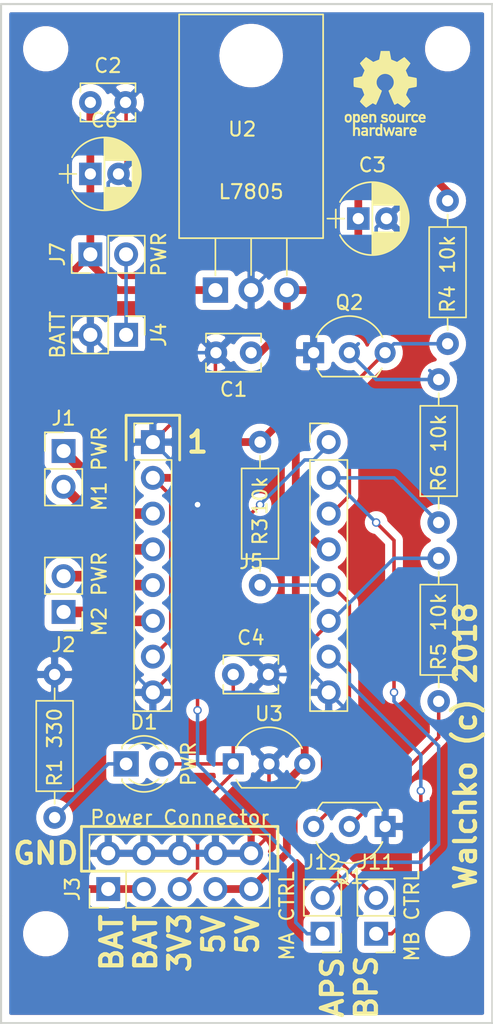
<source format=kicad_pcb>
(kicad_pcb (version 20171130) (host pcbnew 5.1.2-f72e74a~84~ubuntu18.04.1)
  (layers (0 F.Cu signal) (31 B.Cu signal) (34 B.Paste user) (35 F.Paste user) (36 B.SilkS user) (37 F.SilkS user) (38 B.Mask user) (39 F.Mask user) (44 Edge.Cuts user))
  (net 0 "")
  (net 1 GND)
  (net 2 +5V)
  (net 3 +3V3)
  (net 4 "Net-(D1-Pad1)")
  (net 5 BPWM)
  (net 6 B2)
  (net 7 APWM)
  (net 8 A2)
  (net 9 B1)
  (net 10 A1)
  (net 11 "Net-(Q1-Pad2)")
  (net 12 "Net-(Q2-Pad2)")
  (net 13 +BATT)
  (net 14 "Net-(J1-Pad1)")
  (net 15 "Net-(J1-Pad2)")
  (net 16 "Net-(J2-Pad1)")
  (net 17 "Net-(J2-Pad2)")
  (net 18 "Net-(J4-Pad1)")
  (module Package_TO_SOT_THT:TO-92L_Inline_Wide (layer F.Cu) (at 112.395 83.185)
    (fp_text reference U3 (at 2.54 -3.56) (layer F.SilkS))
    (fp_text value L78L33_TO92)
    (pad 1 thru_hole rect (at 0 0 90) (size 1.5 1.5) (drill 0.8) (layers *.Cu *.Mask) (net 3 +3V3))
    (pad 3 thru_hole circle (at 5.08 0 90) (size 1.5 1.5) (drill 0.8) (layers *.Cu *.Mask) (net 2 +5V))
    (pad 2 thru_hole circle (at 2.54 0 90) (size 1.5 1.5) (drill 0.8) (layers *.Cu *.Mask) (net 1 GND))
  )
  (module Package_TO_SOT_THT:TO-92L_Inline_Wide (layer F.Cu) (at 118.11 53.975)
    (fp_text reference Q2 (at 2.54 -3.56) (layer F.SilkS))
    (fp_text value 2N3904)
    (pad 1 thru_hole rect (at 0 0 90) (size 1.5 1.5) (drill 0.8) (layers *.Cu *.Mask) (net 1 GND))
    (pad 3 thru_hole circle (at 5.08 0 90) (size 1.5 1.5) (drill 0.8) (layers *.Cu *.Mask) (net 10 A1))
    (pad 2 thru_hole circle (at 2.54 0 90) (size 1.5 1.5) (drill 0.8) (layers *.Cu *.Mask) (net 12 "Net-(Q2-Pad2)"))
  )
  (module Package_TO_SOT_THT:TO-92L_Inline_Wide (layer F.Cu) (at 123.19 87.63 180)
    (fp_text reference Q1 (at 2.54 -3.56) (layer F.SilkS))
    (fp_text value 2N3904)
    (pad 1 thru_hole rect (at 0 0 270) (size 1.5 1.5) (drill 0.8) (layers *.Cu *.Mask) (net 1 GND))
    (pad 3 thru_hole circle (at 5.08 0 270) (size 1.5 1.5) (drill 0.8) (layers *.Cu *.Mask) (net 9 B1))
    (pad 2 thru_hole circle (at 2.54 0 270) (size 1.5 1.5) (drill 0.8) (layers *.Cu *.Mask) (net 11 "Net-(Q1-Pad2)"))
  )
  (module Capacitors_THT:C_Disc_D3.8mm_W2.6mm_P2.50mm (layer F.Cu) (at 112.395 76.835)
    (fp_text reference C4 (at 1.25 -2.61) (layer F.SilkS))
    (fp_text value 0.1uF)
    (pad 1 thru_hole circle (at 0 0) (size 1.6 1.6) (drill 0.8) (layers *.Cu *.Mask) (net 3 +3V3))
    (pad 2 thru_hole circle (at 2.5 0) (size 1.6 1.6) (drill 0.8) (layers *.Cu *.Mask) (net 1 GND))
  )
  (module Pin_Headers:Pin_Header_Straight_1x02_Pitch2.54mm (layer F.Cu) (at 100.33 60.96)
    (fp_text reference J1 (at 0 -2.33) (layer F.SilkS))
    (fp_text value "M1 PWR" (at 2.54 1.27 90) (layer F.SilkS))
    (pad 1 thru_hole rect (at 0 0) (size 1.7 1.7) (drill 1) (layers *.Cu *.Mask) (net 14 "Net-(J1-Pad1)"))
    (pad 2 thru_hole oval (at 0 2.54) (size 1.7 1.7) (drill 1) (layers *.Cu *.Mask) (net 15 "Net-(J1-Pad2)"))
  )
  (module Pin_Headers:Pin_Header_Straight_1x02_Pitch2.54mm (layer F.Cu) (at 100.33 72.39 180)
    (fp_text reference J2 (at 0 -2.33 180) (layer F.SilkS))
    (fp_text value "M2 PWR" (at -2.54 1.27 270) (layer F.SilkS))
    (pad 1 thru_hole rect (at 0 0 180) (size 1.7 1.7) (drill 1) (layers *.Cu *.Mask) (net 16 "Net-(J2-Pad1)"))
    (pad 2 thru_hole oval (at 0 2.54 180) (size 1.7 1.7) (drill 1) (layers *.Cu *.Mask) (net 17 "Net-(J2-Pad2)"))
  )
  (module TO_SOT_Packages_THT:TO-220-3_Horizontal (layer F.Cu) (at 111.125 49.53)
    (fp_text reference U2 (at 1.905 -11.43) (layer F.SilkS))
    (fp_text value L7805 (at 2.54 -6.985) (layer F.SilkS))
    (pad 0 np_thru_hole oval (at 2.54 -16.66) (size 3.5 3.5) (drill 3.5) (layers *.Cu *.Mask))
    (pad 1 thru_hole rect (at 0 0) (size 1.8 1.8) (drill 1) (layers *.Cu *.Mask) (net 13 +BATT))
    (pad 2 thru_hole oval (at 2.54 0) (size 1.8 1.8) (drill 1) (layers *.Cu *.Mask) (net 1 GND))
    (pad 3 thru_hole oval (at 5.08 0) (size 1.8 1.8) (drill 1) (layers *.Cu *.Mask) (net 2 +5V))
  )
  (module Capacitors_THT:CP_Radial_D5.0mm_P2.00mm (layer F.Cu) (at 102.235 41.275)
    (fp_text reference C6 (at 1 -3.81) (layer F.SilkS))
    (fp_text value 33uF)
    (pad 1 thru_hole rect (at 0 0) (size 1.6 1.6) (drill 0.8) (layers *.Cu *.Mask) (net 13 +BATT))
    (pad 2 thru_hole circle (at 2 0) (size 1.6 1.6) (drill 0.8) (layers *.Cu *.Mask) (net 1 GND))
  )
  (module LEDs:LED_D3.0mm (layer F.Cu) (at 104.775 83.185)
    (fp_text reference D1 (at 1.27 -2.96) (layer F.SilkS))
    (fp_text value PWR (at 4.445 0 90) (layer F.SilkS))
    (pad 1 thru_hole rect (at 0 0) (size 1.8 1.8) (drill 0.9) (layers *.Cu *.Mask) (net 4 "Net-(D1-Pad1)"))
    (pad 2 thru_hole circle (at 2.54 0) (size 1.8 1.8) (drill 0.9) (layers *.Cu *.Mask) (net 3 +3V3))
  )
  (module Pin_Headers:Pin_Header_Straight_1x02_Pitch2.54mm (layer F.Cu) (at 122.555 95.25 180)
    (fp_text reference J11 (at 0 5.08 180) (layer F.SilkS))
    (fp_text value "MB CTRL" (at -2.54 1.27 270) (layer F.SilkS))
    (pad 1 thru_hole rect (at 0 0 180) (size 1.7 1.7) (drill 1) (layers *.Cu *.Mask) (net 5 BPWM))
    (pad 2 thru_hole oval (at 0 2.54 180) (size 1.7 1.7) (drill 1) (layers *.Cu *.Mask) (net 6 B2))
  )
  (module Pin_Headers:Pin_Header_Straight_1x02_Pitch2.54mm (layer F.Cu) (at 118.745 95.25 180)
    (fp_text reference J12 (at 0 5.08 180) (layer F.SilkS))
    (fp_text value "MA CTRL" (at 2.54 1.27 270) (layer F.SilkS))
    (pad 1 thru_hole rect (at 0 0 180) (size 1.7 1.7) (drill 1) (layers *.Cu *.Mask) (net 7 APWM))
    (pad 2 thru_hole oval (at 0 2.54 180) (size 1.7 1.7) (drill 1) (layers *.Cu *.Mask) (net 8 A2))
  )
  (module Capacitors_THT:C_Disc_D3.8mm_W2.6mm_P2.50mm (layer F.Cu) (at 113.665 53.975 180)
    (fp_text reference C1 (at 1.25 -2.61 180) (layer F.SilkS))
    (fp_text value 0.1uF)
    (pad 1 thru_hole circle (at 0 0 180) (size 1.6 1.6) (drill 0.8) (layers *.Cu *.Mask) (net 2 +5V))
    (pad 2 thru_hole circle (at 2.5 0 180) (size 1.6 1.6) (drill 0.8) (layers *.Cu *.Mask) (net 1 GND))
  )
  (module Capacitors_THT:C_Disc_D3.8mm_W2.6mm_P2.50mm (layer F.Cu) (at 102.235 36.195)
    (fp_text reference C2 (at 1.25 -2.61) (layer F.SilkS))
    (fp_text value 0.1uF)
    (pad 1 thru_hole circle (at 0 0) (size 1.6 1.6) (drill 0.8) (layers *.Cu *.Mask) (net 13 +BATT))
    (pad 2 thru_hole circle (at 2.5 0) (size 1.6 1.6) (drill 0.8) (layers *.Cu *.Mask) (net 1 GND))
  )
  (module Capacitors_THT:CP_Radial_D5.0mm_P2.00mm (layer F.Cu) (at 121.285 44.45)
    (fp_text reference C3 (at 1 -3.81) (layer F.SilkS))
    (fp_text value 10uF)
    (pad 1 thru_hole rect (at 0 0) (size 1.6 1.6) (drill 0.8) (layers *.Cu *.Mask) (net 2 +5V))
    (pad 2 thru_hole circle (at 2 0) (size 1.6 1.6) (drill 0.8) (layers *.Cu *.Mask) (net 1 GND))
  )
  (module Pin_Headers:Pin_Header_Straight_2x05_Pitch2.54mm (layer F.Cu) (at 103.505 92.075 90)
    (fp_text reference J3 (at 0 -2.54 90) (layer F.SilkS))
    (fp_text value "Power Connector" (at 5.08 5.08 180) (layer F.SilkS))
    (pad 1 thru_hole rect (at 0 0 90) (size 1.7 1.7) (drill 1) (layers *.Cu *.Mask) (net 13 +BATT))
    (pad 2 thru_hole oval (at 2.54 0 90) (size 1.7 1.7) (drill 1) (layers *.Cu *.Mask) (net 1 GND))
    (pad 3 thru_hole oval (at 0 2.54 90) (size 1.7 1.7) (drill 1) (layers *.Cu *.Mask) (net 13 +BATT))
    (pad 4 thru_hole oval (at 2.54 2.54 90) (size 1.7 1.7) (drill 1) (layers *.Cu *.Mask) (net 1 GND))
    (pad 5 thru_hole oval (at 0 5.08 90) (size 1.7 1.7) (drill 1) (layers *.Cu *.Mask) (net 3 +3V3))
    (pad 6 thru_hole oval (at 2.54 5.08 90) (size 1.7 1.7) (drill 1) (layers *.Cu *.Mask) (net 1 GND))
    (pad 7 thru_hole oval (at 0 7.62 90) (size 1.7 1.7) (drill 1) (layers *.Cu *.Mask) (net 2 +5V))
    (pad 8 thru_hole oval (at 2.54 7.62 90) (size 1.7 1.7) (drill 1) (layers *.Cu *.Mask) (net 1 GND))
    (pad 9 thru_hole oval (at 0 10.16 90) (size 1.7 1.7) (drill 1) (layers *.Cu *.Mask) (net 2 +5V))
    (pad 10 thru_hole oval (at 2.54 10.16 90) (size 1.7 1.7) (drill 1) (layers *.Cu *.Mask) (net 1 GND))
  )
  (module Pin_Headers:Pin_Header_Straight_1x02_Pitch2.54mm (layer F.Cu) (at 104.775 52.705 270)
    (fp_text reference J4 (at 0 -2.33 270) (layer F.SilkS))
    (fp_text value BATT (at 0 4.87 270) (layer F.SilkS))
    (pad 1 thru_hole rect (at 0 0 270) (size 1.7 1.7) (drill 1) (layers *.Cu *.Mask) (net 18 "Net-(J4-Pad1)"))
    (pad 2 thru_hole oval (at 0 2.54 270) (size 1.7 1.7) (drill 1) (layers *.Cu *.Mask) (net 1 GND))
  )
  (module Mounting_Holes:MountingHole_2.2mm_M2 (layer F.Cu) (at 127.635 32.385)
    (fp_text reference "" (at 0 -3.2) (layer F.SilkS))
    (fp_text value "")
    (pad 1 np_thru_hole circle (at 0 0) (size 2.2 2.2) (drill 2.2) (layers *.Cu *.Mask))
  )
  (module Mounting_Holes:MountingHole_2.2mm_M2 (layer F.Cu) (at 99.06 32.385)
    (fp_text reference "" (at 0 -3.2) (layer F.SilkS))
    (fp_text value "")
    (pad 1 np_thru_hole circle (at 0 0) (size 2.2 2.2) (drill 2.2) (layers *.Cu *.Mask))
  )
  (module Mounting_Holes:MountingHole_2.2mm_M2 (layer F.Cu) (at 127.635 95.25)
    (fp_text reference "" (at 0 -3.2) (layer F.SilkS))
    (fp_text value "")
    (pad 1 np_thru_hole circle (at 0 0) (size 2.2 2.2) (drill 2.2) (layers *.Cu *.Mask))
  )
  (module Mounting_Holes:MountingHole_2.2mm_M2 (layer F.Cu) (at 99.06 95.25)
    (fp_text reference "" (at 0 -3.2) (layer F.SilkS))
    (fp_text value "")
    (pad 1 np_thru_hole circle (at 0 0) (size 2.2 2.2) (drill 2.2) (layers *.Cu *.Mask))
  )
  (module Pin_Headers:Pin_Header_Straight_1x02_Pitch2.54mm (layer F.Cu) (at 102.235 46.99 90)
    (fp_text reference J7 (at 0 -2.33 90) (layer F.SilkS))
    (fp_text value PWR (at 0 4.87 90) (layer F.SilkS))
    (pad 1 thru_hole rect (at 0 0 90) (size 1.7 1.7) (drill 1) (layers *.Cu *.Mask) (net 13 +BATT))
    (pad 2 thru_hole oval (at 0 2.54 90) (size 1.7 1.7) (drill 1) (layers *.Cu *.Mask) (net 18 "Net-(J4-Pad1)"))
  )
  (module bob:Pololu_TB6612 (layer F.Cu) (at 106.68 60.325)
    (fp_text reference J5 (at 7 8.5) (layer F.SilkS))
    (fp_text value TB6612_Motor_Driver)
    (pad 9 thru_hole oval (at 12.5 17.78) (size 1.7 1.7) (drill 1) (layers *.Cu *.Mask) (net 1 GND))
    (pad 10 thru_hole oval (at 12.5 15.24) (size 1.7 1.7) (drill 1) (layers *.Cu *.Mask) (net 5 BPWM))
    (pad 11 thru_hole oval (at 12.5 12.7) (size 1.7 1.7) (drill 1) (layers *.Cu *.Mask) (net 6 B2))
    (pad 12 thru_hole oval (at 12.5 10.16) (size 1.7 1.7) (drill 1) (layers *.Cu *.Mask) (net 9 B1))
    (pad 13 thru_hole oval (at 12.5 7.62) (size 1.7 1.7) (drill 1) (layers *.Cu *.Mask) (net 2 +5V))
    (pad 14 thru_hole oval (at 12.5 5.08) (size 1.7 1.7) (drill 1) (layers *.Cu *.Mask) (net 10 A1))
    (pad 15 thru_hole oval (at 12.5 2.54) (size 1.7 1.7) (drill 1) (layers *.Cu *.Mask) (net 8 A2))
    (pad 16 thru_hole circle (at 12.5 0) (size 1.7 1.7) (drill 1) (layers *.Cu *.Mask) (net 7 APWM))
    (pad 1 thru_hole rect (at 0 0) (size 1.7 1.7) (drill 1) (layers *.Cu *.Mask) (net 1 GND))
    (pad 2 thru_hole oval (at 0 2.54) (size 1.7 1.7) (drill 1) (layers *.Cu *.Mask) (net 2 +5V))
    (pad 3 thru_hole oval (at 0 5.08) (size 1.7 1.7) (drill 1) (layers *.Cu *.Mask) (net 14 "Net-(J1-Pad1)"))
    (pad 4 thru_hole oval (at 0 7.62) (size 1.7 1.7) (drill 1) (layers *.Cu *.Mask) (net 15 "Net-(J1-Pad2)"))
    (pad 5 thru_hole oval (at 0 10.16) (size 1.7 1.7) (drill 1) (layers *.Cu *.Mask) (net 17 "Net-(J2-Pad2)"))
    (pad 6 thru_hole oval (at 0 12.7) (size 1.7 1.7) (drill 1) (layers *.Cu *.Mask) (net 16 "Net-(J2-Pad1)"))
    (pad 7 thru_hole oval (at 0 15.24) (size 1.7 1.7) (drill 1) (layers *.Cu *.Mask) (net 2 +5V))
    (pad 8 thru_hole oval (at 0 17.78) (size 1.7 1.7) (drill 1) (layers *.Cu *.Mask) (net 1 GND))
  )
  (module Resistors_THT:R_Axial_DIN0207_L6.3mm_D2.5mm_P10.16mm_Horizontal (layer F.Cu) (at 99.695 86.995 90)
    (fp_text reference R1 (at 3.175 0 90) (layer F.SilkS))
    (fp_text value 330 (at 6.35 0 90) (layer F.SilkS))
    (pad 1 thru_hole circle (at 0 0 90) (size 1.6 1.6) (drill 0.8) (layers *.Cu *.Mask) (net 4 "Net-(D1-Pad1)"))
    (pad 2 thru_hole oval (at 10.16 0 90) (size 1.6 1.6) (drill 0.8) (layers *.Cu *.Mask) (net 1 GND))
  )
  (module Resistors_THT:R_Axial_DIN0207_L6.3mm_D2.5mm_P10.16mm_Horizontal (layer F.Cu) (at 114.3 70.485 90)
    (fp_text reference R3 (at 3.81 0 90) (layer F.SilkS))
    (fp_text value 10k (at 6.35 0 90) (layer F.SilkS))
    (pad 1 thru_hole circle (at 0 0 90) (size 1.6 1.6) (drill 0.8) (layers *.Cu *.Mask) (net 9 B1))
    (pad 2 thru_hole oval (at 10.16 0 90) (size 1.6 1.6) (drill 0.8) (layers *.Cu *.Mask) (net 2 +5V))
  )
  (module Resistors_THT:R_Axial_DIN0207_L6.3mm_D2.5mm_P10.16mm_Horizontal (layer F.Cu) (at 127.635 53.34 90)
    (fp_text reference R4 (at 3.175 0 90) (layer F.SilkS))
    (fp_text value 10k (at 6.35 0 90) (layer F.SilkS))
    (pad 1 thru_hole circle (at 0 0 90) (size 1.6 1.6) (drill 0.8) (layers *.Cu *.Mask) (net 10 A1))
    (pad 2 thru_hole oval (at 10.16 0 90) (size 1.6 1.6) (drill 0.8) (layers *.Cu *.Mask) (net 2 +5V))
  )
  (module Resistors_THT:R_Axial_DIN0207_L6.3mm_D2.5mm_P10.16mm_Horizontal (layer F.Cu) (at 127 68.58 270)
    (fp_text reference R5 (at 6.985 0 270) (layer F.SilkS))
    (fp_text value 10k (at 3.81 0 270) (layer F.SilkS))
    (pad 1 thru_hole circle (at 0 0 270) (size 1.6 1.6) (drill 0.8) (layers *.Cu *.Mask) (net 6 B2))
    (pad 2 thru_hole oval (at 10.16 0 270) (size 1.6 1.6) (drill 0.8) (layers *.Cu *.Mask) (net 11 "Net-(Q1-Pad2)"))
  )
  (module Resistors_THT:R_Axial_DIN0207_L6.3mm_D2.5mm_P10.16mm_Horizontal (layer F.Cu) (at 127 66.04 90)
    (fp_text reference R6 (at 3.175 0 90) (layer F.SilkS))
    (fp_text value 10k (at 6.35 0 90) (layer F.SilkS))
    (pad 1 thru_hole circle (at 0 0 90) (size 1.6 1.6) (drill 0.8) (layers *.Cu *.Mask) (net 8 A2))
    (pad 2 thru_hole oval (at 10.16 0 90) (size 1.6 1.6) (drill 0.8) (layers *.Cu *.Mask) (net 12 "Net-(Q2-Pad2)"))
  )
  (module Symbols:OSHW-Logo_5.7x6mm_SilkScreen (layer F.Cu) (at 123.19 35.56)
    (fp_text reference "" hide)
    (fp_text value "" hide)
  )
  (gr_text GND (at 99.06 89.535) (layer F.SilkS) (effects (font (size 1.5 1.5) (thickness 0.3))))
  (gr_line (start 101.6 87.63) (end 101.6 90.805) (angle 90) (layer F.SilkS) (width 0.2))
  (gr_line (start 115.57 87.63) (end 101.6 87.63) (angle 90) (layer F.SilkS) (width 0.2))
  (gr_line (start 115.57 90.805) (end 115.57 87.63) (angle 90) (layer F.SilkS) (width 0.2))
  (gr_line (start 101.6 90.805) (end 115.57 90.805) (angle 90) (layer F.SilkS) (width 0.2))
  (gr_text 1 (at 109.855 60.325) (layer F.SilkS) (effects (font (size 1.5 1.5) (thickness 0.3))))
  (gr_line (start 104.775 58.42) (end 104.775 61.595) (angle 90) (layer F.SilkS) (width 0.2))
  (gr_line (start 108.585 58.42) (end 108.585 61.595) (angle 90) (layer F.SilkS) (width 0.2))
  (gr_line (start 104.775 58.42) (end 108.585 58.42) (angle 90) (layer F.SilkS) (width 0.2))
  (gr_text "Walchko (c) 2018" (at 128.905 81.915 90) (layer F.SilkS) (effects (font (size 1.5 1.5) (thickness 0.3))))
  (gr_text "APS\nBPS" (at 120.65 99.06 90) (layer F.SilkS) (effects (font (size 1.5 1.5) (thickness 0.3))))
  (gr_text "BAT\nBAT\n3V3\n 5V\n 5V" (at 108.585 95.885 90) (layer F.SilkS) (effects (font (size 1.5 1.5) (thickness 0.3))))
  (gr_line (start 95.885 93.98) (end 95.885 101.6) (angle 90) (layer Edge.Cuts) (width 0.15))
  (gr_line (start 130.81 93.98) (end 130.81 101.6) (angle 90) (layer Edge.Cuts) (width 0.15))
  (gr_line (start 96.52 29.21) (end 130.81 29.21) (angle 90) (layer Edge.Cuts) (width 0.15))
  (gr_line (start 130.81 93.98) (end 130.81 77.47) (angle 90) (layer Edge.Cuts) (width 0.15))
  (gr_line (start 95.885 101.6) (end 130.81 101.6) (angle 90) (layer Edge.Cuts) (width 0.15))
  (gr_line (start 95.885 77.47) (end 95.885 93.98) (angle 90) (layer Edge.Cuts) (width 0.15))
  (gr_line (start 95.885 29.21) (end 95.885 77.47) (angle 90) (layer Edge.Cuts) (width 0.15))
  (gr_line (start 130.81 29.21) (end 130.81 77.47) (angle 90) (layer Edge.Cuts) (width 0.15))
  (gr_line (start 95.885 29.21) (end 96.52 29.21) (angle 90) (layer Edge.Cuts) (width 0.15))
  (segment (start 113.665 49.53) (end 117.475 45.72) (width 0.25) (layer B.Cu) (net 1))
  (segment (start 117.475 45.72) (end 122.555 45.72) (width 0.25) (layer B.Cu) (net 1))
  (segment (start 122.555 45.72) (end 122.555 45.085) (width 0.25) (layer B.Cu) (net 1))
  (segment (start 122.555 45.085) (end 123.19 44.45) (width 0.25) (layer B.Cu) (net 1))
  (segment (start 123.19 44.45) (end 123.285 44.45) (width 0.25) (layer B.Cu) (net 1))
  (segment (start 106.68 60.325) (end 111.125 55.88) (width 0.25) (layer F.Cu) (net 1))
  (segment (start 111.125 55.88) (end 111.125 53.975) (width 0.25) (layer F.Cu) (net 1))
  (segment (start 111.125 53.975) (end 111.165 53.975) (width 0.25) (layer F.Cu) (net 1))
  (segment (start 119.18 78.105) (end 119.38 78.105) (width 0.25) (layer B.Cu) (net 1))
  (segment (start 102.235 52.705) (end 102.235 49.53) (width 0.25) (layer B.Cu) (net 1))
  (segment (start 102.235 49.53) (end 103.505 48.26) (width 0.25) (layer B.Cu) (net 1))
  (segment (start 103.505 48.26) (end 103.505 41.91) (width 0.25) (layer B.Cu) (net 1))
  (segment (start 103.505 41.91) (end 104.14 41.275) (width 0.25) (layer B.Cu) (net 1))
  (segment (start 104.14 41.275) (end 104.235 41.275) (width 0.25) (layer B.Cu) (net 1))
  (segment (start 106.68 78.105) (end 109.855 74.93) (width 0.25) (layer F.Cu) (net 1))
  (segment (start 109.855 74.93) (end 109.855 64.77) (width 0.25) (layer F.Cu) (net 1))
  (via (at 109.855 64.77) (size 0.6) (layers F.Cu B.Cu) (net 1))
  (segment (start 109.855 64.77) (end 109.855 63.5) (width 0.25) (layer B.Cu) (net 1))
  (segment (start 109.855 63.5) (end 106.68 60.325) (width 0.25) (layer B.Cu) (net 1))
  (segment (start 111.165 53.975) (end 111.125 53.975) (width 0.25) (layer F.Cu) (net 1))
  (segment (start 111.125 53.975) (end 113.665 51.435) (width 0.25) (layer F.Cu) (net 1))
  (segment (start 113.665 51.435) (end 113.665 49.53) (width 0.25) (layer F.Cu) (net 1))
  (segment (start 111.165 53.975) (end 103.505 53.975) (width 0.25) (layer B.Cu) (net 1))
  (segment (start 103.505 53.975) (end 102.235 52.705) (width 0.25) (layer B.Cu) (net 1))
  (segment (start 114.895 76.835) (end 114.935 76.835) (width 0.25) (layer B.Cu) (net 1))
  (segment (start 114.935 76.835) (end 113.665 78.105) (width 0.25) (layer B.Cu) (net 1))
  (segment (start 113.665 78.105) (end 106.68 78.105) (width 0.25) (layer B.Cu) (net 1))
  (segment (start 106.68 78.105) (end 105.41 76.835) (width 0.25) (layer B.Cu) (net 1))
  (segment (start 105.41 76.835) (end 99.695 76.835) (width 0.25) (layer B.Cu) (net 1))
  (segment (start 114.895 76.835) (end 114.935 76.835) (width 0.25) (layer F.Cu) (net 1))
  (segment (start 114.935 76.835) (end 113.665 78.105) (width 0.25) (layer F.Cu) (net 1))
  (segment (start 119.18 78.105) (end 119.38 78.105) (width 0.25) (layer B.Cu) (net 1))
  (segment (start 119.38 78.105) (end 118.11 76.835) (width 0.25) (layer B.Cu) (net 1))
  (segment (start 118.11 76.835) (end 114.895 76.835) (width 0.25) (layer B.Cu) (net 1))
  (segment (start 111.165 53.975) (end 111.125 53.975) (width 0.25) (layer B.Cu) (net 1))
  (segment (start 111.125 53.975) (end 112.395 52.705) (width 0.25) (layer B.Cu) (net 1))
  (segment (start 112.395 52.705) (end 114.935 52.705) (width 0.25) (layer B.Cu) (net 1))
  (segment (start 114.935 52.705) (end 116.205 53.975) (width 0.25) (layer B.Cu) (net 1))
  (segment (start 116.205 53.975) (end 118.11 53.975) (width 0.25) (layer B.Cu) (net 1))
  (segment (start 104.235 41.275) (end 104.14 41.275) (width 0.25) (layer F.Cu) (net 1))
  (segment (start 104.14 41.275) (end 104.775 40.64) (width 0.25) (layer F.Cu) (net 1))
  (segment (start 104.775 40.64) (end 104.775 36.195) (width 0.25) (layer F.Cu) (net 1))
  (segment (start 104.775 36.195) (end 104.735 36.195) (width 0.25) (layer F.Cu) (net 1))
  (segment (start 111.125 89.535) (end 108.585 89.535) (width 0.25) (layer B.Cu) (net 1))
  (segment (start 108.585 89.535) (end 106.045 89.535) (width 0.25) (layer B.Cu) (net 1))
  (segment (start 106.045 89.535) (end 103.505 89.535) (width 0.25) (layer B.Cu) (net 1))
  (segment (start 113.665 89.535) (end 111.125 89.535) (width 0.25) (layer B.Cu) (net 1))
  (segment (start 119.38 78.105) (end 119.38 78.74) (width 0.25) (layer B.Cu) (net 1))
  (segment (start 123.19 82.115) (end 123.19 87.63) (width 0.25) (layer B.Cu) (net 1))
  (segment (start 119.18 78.105) (end 123.19 82.115) (width 0.25) (layer B.Cu) (net 1))
  (segment (start 113.665 81.915) (end 114.935 83.185) (width 0.25) (layer F.Cu) (net 1))
  (segment (start 113.665 78.105) (end 113.665 81.915) (width 0.25) (layer F.Cu) (net 1))
  (segment (start 114.935 88.265) (end 113.665 89.535) (width 0.25) (layer F.Cu) (net 1))
  (segment (start 114.935 83.185) (end 114.935 88.265) (width 0.25) (layer F.Cu) (net 1))
  (segment (start 106.68 75.565) (end 107.95 74.295) (width 0.25) (layer F.Cu) (net 2))
  (segment (start 107.95 74.295) (end 107.95 64.135) (width 0.25) (layer F.Cu) (net 2))
  (segment (start 107.95 64.135) (end 106.68 62.865) (width 0.25) (layer F.Cu) (net 2))
  (segment (start 116.84 81.28) (end 116.84 66.04) (width 0.55) (layer F.Cu) (net 2))
  (segment (start 106.68 62.865) (end 109.855 62.865) (width 0.55) (layer F.Cu) (net 2))
  (segment (start 112.395 60.325) (end 114.3 60.325) (width 0.55) (layer F.Cu) (net 2))
  (segment (start 109.855 62.865) (end 112.395 60.325) (width 0.55) (layer F.Cu) (net 2))
  (segment (start 119.18 67.945) (end 118.745 67.945) (width 0.55) (layer F.Cu) (net 2))
  (segment (start 118.745 67.945) (end 116.84 66.04) (width 0.55) (layer F.Cu) (net 2))
  (segment (start 116.84 66.04) (end 116.84 60.325) (width 0.55) (layer F.Cu) (net 2))
  (segment (start 116.84 60.325) (end 115.57 59.055) (width 0.55) (layer F.Cu) (net 2))
  (segment (start 113.665 53.975) (end 114.3 53.975) (width 0.55) (layer F.Cu) (net 2))
  (segment (start 114.3 53.975) (end 115.57 52.705) (width 0.55) (layer F.Cu) (net 2))
  (segment (start 116.205 49.53) (end 116.205 51.435) (width 0.55) (layer F.Cu) (net 2))
  (segment (start 115.57 59.055) (end 114.3 60.325) (width 0.55) (layer F.Cu) (net 2))
  (segment (start 115.57 52.07) (end 115.57 52.705) (width 0.55) (layer F.Cu) (net 2))
  (segment (start 115.57 52.705) (end 115.57 59.055) (width 0.55) (layer F.Cu) (net 2))
  (segment (start 116.205 51.435) (end 115.57 52.07) (width 0.55) (layer F.Cu) (net 2))
  (segment (start 127.635 43.18) (end 127.635 42.545) (width 0.55) (layer F.Cu) (net 2))
  (segment (start 127.635 42.545) (end 125.73 40.64) (width 0.55) (layer F.Cu) (net 2))
  (segment (start 125.73 40.64) (end 122.555 40.64) (width 0.55) (layer F.Cu) (net 2))
  (segment (start 122.555 40.64) (end 121.285 41.91) (width 0.55) (layer F.Cu) (net 2))
  (segment (start 121.285 41.91) (end 121.285 44.45) (width 0.55) (layer F.Cu) (net 2))
  (segment (start 116.205 49.53) (end 118.11 49.53) (width 0.55) (layer F.Cu) (net 2))
  (segment (start 121.285 46.355) (end 121.285 44.45) (width 0.55) (layer F.Cu) (net 2))
  (segment (start 118.11 49.53) (end 121.285 46.355) (width 0.55) (layer F.Cu) (net 2))
  (segment (start 113.665 92.075) (end 111.125 92.075) (width 0.55) (layer F.Cu) (net 2))
  (segment (start 117.475 81.915) (end 117.475 83.185) (width 0.55) (layer F.Cu) (net 2))
  (segment (start 116.84 81.28) (end 117.475 81.915) (width 0.55) (layer F.Cu) (net 2))
  (segment (start 116.205 89.535) (end 113.665 92.075) (width 0.55) (layer F.Cu) (net 2))
  (segment (start 117.475 83.185) (end 116.205 84.455) (width 0.55) (layer F.Cu) (net 2))
  (segment (start 116.205 84.455) (end 116.205 89.535) (width 0.55) (layer F.Cu) (net 2))
  (segment (start 112.395 83.185) (end 112.395 83.82) (width 0.25) (layer F.Cu) (net 3))
  (segment (start 112.395 83.82) (end 109.855 86.36) (width 0.25) (layer F.Cu) (net 3))
  (segment (start 109.855 90.805) (end 108.585 92.075) (width 0.25) (layer F.Cu) (net 3))
  (segment (start 109.855 86.36) (end 109.855 90.805) (width 0.25) (layer F.Cu) (net 3))
  (segment (start 112.395 76.835) (end 112.395 83.185) (width 0.25) (layer F.Cu) (net 3))
  (segment (start 112.395 83.185) (end 107.315 83.185) (width 0.25) (layer F.Cu) (net 3))
  (segment (start 99.695 86.995) (end 103.505 83.185) (width 0.25) (layer B.Cu) (net 4))
  (segment (start 103.505 83.185) (end 104.775 83.185) (width 0.25) (layer B.Cu) (net 4))
  (segment (start 119.18 75.565) (end 119.38 75.565) (width 0.25) (layer B.Cu) (net 5))
  (segment (start 119.38 75.565) (end 120.65 76.835) (width 0.25) (layer B.Cu) (net 5))
  (segment (start 120.65 76.835) (end 120.65 77.47) (width 0.25) (layer B.Cu) (net 5))
  (segment (start 120.65 77.47) (end 125.73 82.55) (width 0.25) (layer B.Cu) (net 5))
  (via (at 125.73 85.09) (size 0.6) (layers F.Cu B.Cu) (net 5))
  (segment (start 123.655 95.25) (end 122.555 95.25) (width 0.25) (layer F.Cu) (net 5))
  (segment (start 125.73 93.175) (end 123.655 95.25) (width 0.25) (layer F.Cu) (net 5))
  (segment (start 125.73 85.09) (end 125.73 93.175) (width 0.25) (layer F.Cu) (net 5))
  (segment (start 125.73 82.55) (end 125.73 85.09) (width 0.25) (layer B.Cu) (net 5))
  (segment (start 119.18 73.025) (end 119.38 73.025) (width 0.25) (layer F.Cu) (net 6))
  (segment (start 119.38 73.025) (end 118.11 74.295) (width 0.25) (layer F.Cu) (net 6))
  (segment (start 118.11 74.295) (end 117.475 74.295) (width 0.25) (layer F.Cu) (net 6))
  (segment (start 117.475 74.295) (end 117.475 79.375) (width 0.25) (layer F.Cu) (net 6))
  (segment (start 117.475 79.375) (end 118.745 80.645) (width 0.25) (layer F.Cu) (net 6))
  (segment (start 118.745 80.645) (end 118.745 84.455) (width 0.25) (layer F.Cu) (net 6))
  (segment (start 119.18 73.025) (end 119.38 73.025) (width 0.25) (layer B.Cu) (net 6))
  (segment (start 119.38 73.025) (end 123.825 68.58) (width 0.25) (layer B.Cu) (net 6))
  (segment (start 123.825 68.58) (end 127 68.58) (width 0.25) (layer B.Cu) (net 6))
  (segment (start 118.745 84.455) (end 116.84 86.36) (width 0.25) (layer F.Cu) (net 6))
  (segment (start 116.84 86.36) (end 116.84 88.9) (width 0.25) (layer F.Cu) (net 6))
  (segment (start 116.84 88.9) (end 118.11 90.17) (width 0.25) (layer F.Cu) (net 6))
  (segment (start 120.015 90.17) (end 122.555 92.71) (width 0.25) (layer F.Cu) (net 6))
  (segment (start 118.11 90.17) (end 120.015 90.17) (width 0.25) (layer F.Cu) (net 6))
  (segment (start 119.18 60.325) (end 119.38 60.325) (width 0.25) (layer B.Cu) (net 7))
  (segment (start 119.38 60.325) (end 118.11 61.595) (width 0.25) (layer B.Cu) (net 7))
  (segment (start 118.11 61.595) (end 117.475 61.595) (width 0.25) (layer B.Cu) (net 7))
  (segment (start 117.475 61.595) (end 114.3 64.77) (width 0.25) (layer B.Cu) (net 7))
  (via (at 114.3 64.77) (size 0.6) (layers F.Cu B.Cu) (net 7))
  (segment (start 114.3 64.77) (end 111.125 67.945) (width 0.25) (layer F.Cu) (net 7))
  (segment (start 111.125 67.945) (end 111.125 75.565) (width 0.25) (layer F.Cu) (net 7))
  (segment (start 111.125 75.565) (end 109.855 76.835) (width 0.25) (layer F.Cu) (net 7))
  (segment (start 109.855 76.835) (end 109.855 79.375) (width 0.25) (layer F.Cu) (net 7))
  (via (at 109.855 79.375) (size 0.6) (layers F.Cu B.Cu) (net 7))
  (segment (start 116.84 94.445) (end 117.645 95.25) (width 0.25) (layer B.Cu) (net 7))
  (segment (start 117.645 95.25) (end 118.745 95.25) (width 0.25) (layer B.Cu) (net 7))
  (segment (start 116.84 90.17) (end 116.84 94.445) (width 0.25) (layer B.Cu) (net 7))
  (segment (start 109.855 83.185) (end 116.84 90.17) (width 0.25) (layer B.Cu) (net 7))
  (segment (start 109.855 79.375) (end 109.855 83.185) (width 0.25) (layer B.Cu) (net 7))
  (segment (start 119.18 62.865) (end 119.38 62.865) (width 0.25) (layer B.Cu) (net 8))
  (segment (start 119.38 62.865) (end 122.555 66.04) (width 0.25) (layer B.Cu) (net 8))
  (via (at 122.555 66.04) (size 0.6) (layers F.Cu B.Cu) (net 8))
  (segment (start 122.555 66.04) (end 123.825 67.31) (width 0.25) (layer F.Cu) (net 8))
  (segment (start 123.825 67.31) (end 123.825 78.105) (width 0.25) (layer F.Cu) (net 8))
  (via (at 123.825 78.105) (size 0.6) (layers F.Cu B.Cu) (net 8))
  (segment (start 127 66.04) (end 123.825 62.865) (width 0.25) (layer B.Cu) (net 8))
  (segment (start 123.825 62.865) (end 119.18 62.865) (width 0.25) (layer B.Cu) (net 8))
  (segment (start 123.825 78.74) (end 123.825 78.105) (width 0.25) (layer B.Cu) (net 8))
  (segment (start 120.015 91.44) (end 121.285 90.17) (width 0.25) (layer B.Cu) (net 8))
  (segment (start 121.285 90.17) (end 125.73 90.17) (width 0.25) (layer B.Cu) (net 8))
  (segment (start 125.73 90.17) (end 127 88.9) (width 0.25) (layer B.Cu) (net 8))
  (segment (start 127 88.9) (end 127 81.915) (width 0.25) (layer B.Cu) (net 8))
  (segment (start 127 81.915) (end 123.825 78.74) (width 0.25) (layer B.Cu) (net 8))
  (segment (start 120.015 91.44) (end 118.745 92.71) (width 0.25) (layer B.Cu) (net 8))
  (segment (start 119.18 70.485) (end 114.3 70.485) (width 0.25) (layer B.Cu) (net 9))
  (segment (start 120.65 85.09) (end 118.11 87.63) (width 0.25) (layer F.Cu) (net 9))
  (segment (start 120.65 71.755) (end 120.65 85.09) (width 0.25) (layer F.Cu) (net 9))
  (segment (start 119.18 70.485) (end 119.38 70.485) (width 0.25) (layer F.Cu) (net 9))
  (segment (start 119.38 70.485) (end 120.65 71.755) (width 0.25) (layer F.Cu) (net 9))
  (segment (start 120.65 64.135) (end 119.38 65.405) (width 0.25) (layer F.Cu) (net 10))
  (segment (start 119.38 65.405) (end 119.18 65.405) (width 0.25) (layer F.Cu) (net 10))
  (segment (start 120.65 53.975) (end 121.285 53.34) (width 0.25) (layer B.Cu) (net 12))
  (segment (start 123.825 53.34) (end 123.19 53.975) (width 0.25) (layer B.Cu) (net 10))
  (segment (start 127.635 53.34) (end 123.825 53.34) (width 0.25) (layer B.Cu) (net 10))
  (segment (start 120.65 56.515) (end 123.19 53.975) (width 0.25) (layer F.Cu) (net 10))
  (segment (start 120.65 64.135) (end 120.65 56.515) (width 0.25) (layer F.Cu) (net 10))
  (segment (start 127 81.28) (end 120.65 87.63) (width 0.25) (layer F.Cu) (net 11))
  (segment (start 127 78.74) (end 127 81.28) (width 0.25) (layer F.Cu) (net 11))
  (segment (start 127 55.88) (end 126.365 55.245) (width 0.25) (layer B.Cu) (net 12))
  (segment (start 122.555 55.88) (end 120.65 53.975) (width 0.25) (layer B.Cu) (net 12))
  (segment (start 127 55.88) (end 122.555 55.88) (width 0.25) (layer B.Cu) (net 12))
  (segment (start 102.235 46.99) (end 102.235 47.625) (width 0.55) (layer F.Cu) (net 13))
  (segment (start 102.235 47.625) (end 104.14 49.53) (width 0.55) (layer F.Cu) (net 13))
  (segment (start 104.14 49.53) (end 111.125 49.53) (width 0.55) (layer F.Cu) (net 13))
  (segment (start 102.235 41.275) (end 102.235 36.195) (width 0.55) (layer F.Cu) (net 13))
  (segment (start 106.045 92.075) (end 103.505 92.075) (width 0.55) (layer F.Cu) (net 13))
  (segment (start 103.505 92.075) (end 101.6 92.075) (width 0.55) (layer F.Cu) (net 13))
  (segment (start 101.6 92.075) (end 100.965 91.44) (width 0.55) (layer F.Cu) (net 13))
  (segment (start 100.965 91.44) (end 99.695 91.44) (width 0.55) (layer F.Cu) (net 13))
  (segment (start 99.695 91.44) (end 97.79 89.535) (width 0.55) (layer F.Cu) (net 13))
  (segment (start 97.79 89.535) (end 97.79 51.435) (width 0.55) (layer F.Cu) (net 13))
  (segment (start 97.79 51.435) (end 102.235 46.99) (width 0.55) (layer F.Cu) (net 13))
  (segment (start 102.235 46.99) (end 102.235 41.275) (width 0.55) (layer F.Cu) (net 13))
  (segment (start 106.68 65.405) (end 104.775 65.405) (width 0.75) (layer F.Cu) (net 14))
  (segment (start 104.775 65.405) (end 100.33 60.96) (width 0.75) (layer F.Cu) (net 14))
  (segment (start 106.68 67.945) (end 104.775 67.945) (width 0.75) (layer F.Cu) (net 15))
  (segment (start 104.775 67.945) (end 100.33 63.5) (width 0.75) (layer F.Cu) (net 15))
  (segment (start 106.68 73.025) (end 104.14 73.025) (width 0.75) (layer F.Cu) (net 16))
  (segment (start 103.505 72.39) (end 100.33 72.39) (width 0.75) (layer F.Cu) (net 16))
  (segment (start 104.14 73.025) (end 103.505 72.39) (width 0.75) (layer F.Cu) (net 16))
  (segment (start 106.68 70.485) (end 103.505 70.485) (width 0.75) (layer F.Cu) (net 17))
  (segment (start 102.87 69.85) (end 100.33 69.85) (width 0.75) (layer F.Cu) (net 17))
  (segment (start 103.505 70.485) (end 102.87 69.85) (width 0.75) (layer F.Cu) (net 17))
  (segment (start 104.775 52.705) (end 104.775 46.99) (width 0.25) (layer B.Cu) (net 18))
  (zone (net 1) (net_name GND) (layer B.Cu) (connect_pads (clearance 0.508)) (min_thickness 0.254) (fill yes (arc_segments 32) (thermal_gap 0.508) (thermal_bridge_width 0.508))
    (polygon (pts (xy 130.81 29.21) (xy 95.885 29.21) (xy 95.885 101.6) (xy 130.81 101.6)))
  )
  (zone (net 1) (net_name GND) (layer F.Cu) (connect_pads (clearance 0.508)) (min_thickness 0.254) (fill yes (arc_segments 32) (thermal_gap 0.508) (thermal_bridge_width 0.508))
    (polygon (pts (xy 130.81 29.21) (xy 95.885 29.21) (xy 95.885 101.6) (xy 130.81 101.6)))
  )
)
</source>
